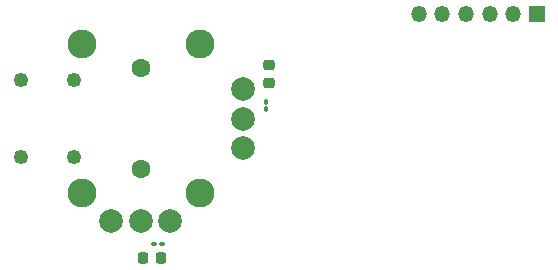
<source format=gbr>
%TF.GenerationSoftware,KiCad,Pcbnew,8.0.2*%
%TF.CreationDate,2024-10-29T11:55:49-07:00*%
%TF.ProjectId,UGC_SubStick,5547435f-5375-4625-9374-69636b2e6b69,rev?*%
%TF.SameCoordinates,Original*%
%TF.FileFunction,Soldermask,Top*%
%TF.FilePolarity,Negative*%
%FSLAX46Y46*%
G04 Gerber Fmt 4.6, Leading zero omitted, Abs format (unit mm)*
G04 Created by KiCad (PCBNEW 8.0.2) date 2024-10-29 11:55:49*
%MOMM*%
%LPD*%
G01*
G04 APERTURE LIST*
G04 Aperture macros list*
%AMRoundRect*
0 Rectangle with rounded corners*
0 $1 Rounding radius*
0 $2 $3 $4 $5 $6 $7 $8 $9 X,Y pos of 4 corners*
0 Add a 4 corners polygon primitive as box body*
4,1,4,$2,$3,$4,$5,$6,$7,$8,$9,$2,$3,0*
0 Add four circle primitives for the rounded corners*
1,1,$1+$1,$2,$3*
1,1,$1+$1,$4,$5*
1,1,$1+$1,$6,$7*
1,1,$1+$1,$8,$9*
0 Add four rect primitives between the rounded corners*
20,1,$1+$1,$2,$3,$4,$5,0*
20,1,$1+$1,$4,$5,$6,$7,0*
20,1,$1+$1,$6,$7,$8,$9,0*
20,1,$1+$1,$8,$9,$2,$3,0*%
G04 Aperture macros list end*
%ADD10RoundRect,0.225000X-0.225000X-0.250000X0.225000X-0.250000X0.225000X0.250000X-0.225000X0.250000X0*%
%ADD11RoundRect,0.100000X-0.130000X-0.100000X0.130000X-0.100000X0.130000X0.100000X-0.130000X0.100000X0*%
%ADD12C,2.450000*%
%ADD13C,1.600000*%
%ADD14C,1.250000*%
%ADD15C,2.000000*%
%ADD16R,1.350000X1.350000*%
%ADD17O,1.350000X1.350000*%
%ADD18RoundRect,0.225000X-0.250000X0.225000X-0.250000X-0.225000X0.250000X-0.225000X0.250000X0.225000X0*%
%ADD19RoundRect,0.100000X0.100000X-0.130000X0.100000X0.130000X-0.100000X0.130000X-0.100000X-0.130000X0*%
G04 APERTURE END LIST*
D10*
%TO.C,C1*%
X247408400Y-161493200D03*
X248958400Y-161493200D03*
%TD*%
D11*
%TO.C,R1*%
X248371400Y-160324800D03*
X249011400Y-160324800D03*
%TD*%
D12*
%TO.C,SW1*%
X242207200Y-143363518D03*
X242207200Y-156013518D03*
D13*
X247207200Y-145388518D03*
X247207200Y-153988518D03*
D12*
X252207200Y-143363518D03*
X252207200Y-156013518D03*
D14*
X241557200Y-146438518D03*
X241557200Y-152938518D03*
X237057200Y-146438518D03*
X237057200Y-152938518D03*
D15*
X244707200Y-158388518D03*
X247207200Y-158388518D03*
X249707200Y-158388518D03*
X255907200Y-152188518D03*
X255907200Y-149688518D03*
X255907200Y-147188518D03*
%TD*%
D16*
%TO.C,J1*%
X280761001Y-140867407D03*
D17*
X278761001Y-140867407D03*
X276761001Y-140867407D03*
X274761001Y-140867407D03*
X272761001Y-140867407D03*
X270761001Y-140867407D03*
%TD*%
D18*
%TO.C,C2*%
X258100000Y-145125000D03*
X258100000Y-146675000D03*
%TD*%
D19*
%TO.C,R2*%
X257835400Y-148910000D03*
X257835400Y-148270000D03*
%TD*%
M02*

</source>
